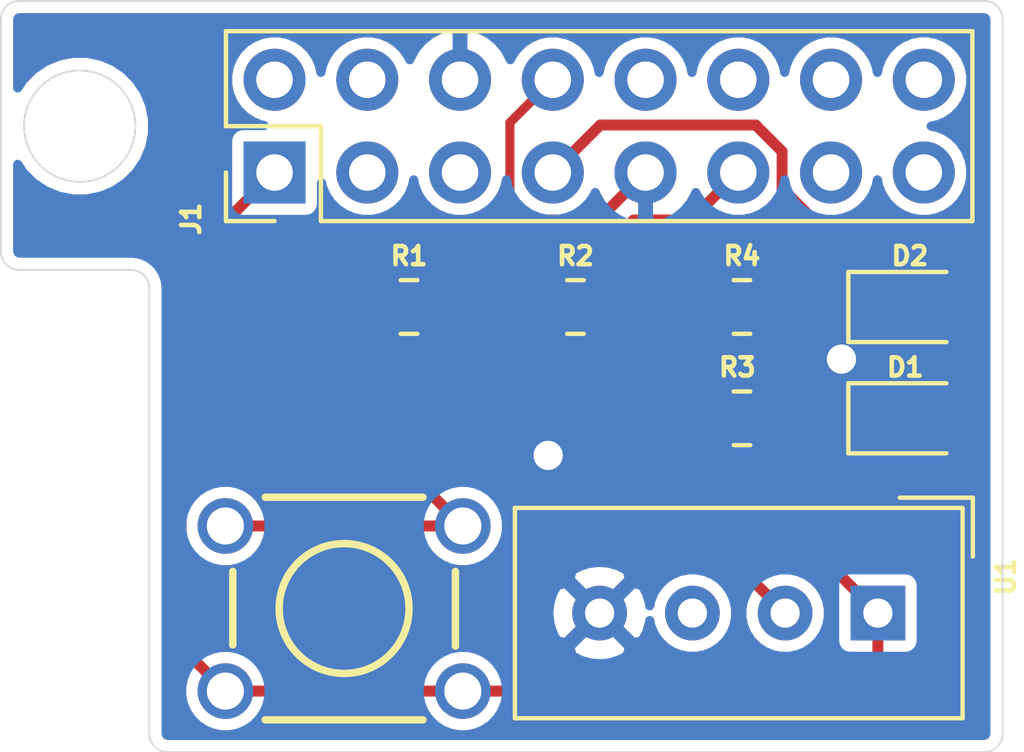
<source format=kicad_pcb>
(kicad_pcb (version 20171130) (host pcbnew "(5.1.9)-1")

  (general
    (thickness 1.6)
    (drawings 14)
    (tracks 70)
    (zones 0)
    (modules 9)
    (nets 19)
  )

  (page A4)
  (title_block
    (title "Raspberry Pi Full Stack HaT")
    (date 2021-12-31)
    (rev 1)
    (comment 1 "Designed by Michael Ly")
    (comment 2 github.com/Michael-Q-Ly)
  )

  (layers
    (0 F.Cu signal)
    (31 B.Cu signal)
    (32 B.Adhes user)
    (33 F.Adhes user)
    (34 B.Paste user)
    (35 F.Paste user)
    (36 B.SilkS user)
    (37 F.SilkS user)
    (38 B.Mask user)
    (39 F.Mask user)
    (40 Dwgs.User user)
    (41 Cmts.User user)
    (42 Eco1.User user)
    (43 Eco2.User user)
    (44 Edge.Cuts user)
    (45 Margin user)
    (46 B.CrtYd user)
    (47 F.CrtYd user)
    (48 B.Fab user)
    (49 F.Fab user hide)
  )

  (setup
    (last_trace_width 0.3)
    (user_trace_width 0.3)
    (trace_clearance 0.2)
    (zone_clearance 0.508)
    (zone_45_only no)
    (trace_min 0.2)
    (via_size 0.8)
    (via_drill 0.4)
    (via_min_size 0.4)
    (via_min_drill 0.3)
    (user_via 1 0.6)
    (uvia_size 0.3)
    (uvia_drill 0.1)
    (uvias_allowed no)
    (uvia_min_size 0.2)
    (uvia_min_drill 0.1)
    (edge_width 0.05)
    (segment_width 0.2)
    (pcb_text_width 0.3)
    (pcb_text_size 1.5 1.5)
    (mod_edge_width 0.12)
    (mod_text_size 1 1)
    (mod_text_width 0.15)
    (pad_size 1.524 1.524)
    (pad_drill 0.762)
    (pad_to_mask_clearance 0)
    (aux_axis_origin 0 0)
    (visible_elements 7FFFFFFF)
    (pcbplotparams
      (layerselection 0x010fc_ffffffff)
      (usegerberextensions false)
      (usegerberattributes true)
      (usegerberadvancedattributes true)
      (creategerberjobfile true)
      (excludeedgelayer true)
      (linewidth 0.100000)
      (plotframeref false)
      (viasonmask false)
      (mode 1)
      (useauxorigin false)
      (hpglpennumber 1)
      (hpglpenspeed 20)
      (hpglpendiameter 15.000000)
      (psnegative false)
      (psa4output false)
      (plotreference true)
      (plotvalue true)
      (plotinvisibletext false)
      (padsonsilk false)
      (subtractmaskfromsilk false)
      (outputformat 1)
      (mirror false)
      (drillshape 1)
      (scaleselection 1)
      (outputdirectory ""))
  )

  (net 0 "")
  (net 1 GND)
  (net 2 "Net-(D1-Pad2)")
  (net 3 "Net-(D2-Pad2)")
  (net 4 /3V3)
  (net 5 "Net-(J1-Pad2)")
  (net 6 "Net-(J1-Pad3)")
  (net 7 "Net-(J1-Pad4)")
  (net 8 "Net-(J1-Pad5)")
  (net 9 "Net-(J1-Pad7)")
  (net 10 /button_input)
  (net 11 "Net-(J1-Pad10)")
  (net 12 "Net-(J1-Pad11)")
  (net 13 "Net-(J1-Pad12)")
  (net 14 "Net-(J1-Pad13)")
  (net 15 "Net-(J1-Pad14)")
  (net 16 "Net-(J1-Pad15)")
  (net 17 "Net-(J1-Pad16)")
  (net 18 "Net-(U1-Pad3)")

  (net_class Default "This is the default net class."
    (clearance 0.2)
    (trace_width 0.25)
    (via_dia 0.8)
    (via_drill 0.4)
    (uvia_dia 0.3)
    (uvia_drill 0.1)
    (add_net /button_input)
    (add_net "Net-(D1-Pad2)")
    (add_net "Net-(D2-Pad2)")
    (add_net "Net-(J1-Pad10)")
    (add_net "Net-(J1-Pad11)")
    (add_net "Net-(J1-Pad12)")
    (add_net "Net-(J1-Pad13)")
    (add_net "Net-(J1-Pad14)")
    (add_net "Net-(J1-Pad15)")
    (add_net "Net-(J1-Pad16)")
    (add_net "Net-(J1-Pad2)")
    (add_net "Net-(J1-Pad3)")
    (add_net "Net-(J1-Pad4)")
    (add_net "Net-(J1-Pad5)")
    (add_net "Net-(J1-Pad7)")
    (add_net "Net-(U1-Pad3)")
  )

  (net_class PWR ""
    (clearance 0.3)
    (trace_width 0.3)
    (via_dia 1)
    (via_drill 0.8)
    (uvia_dia 0.3)
    (uvia_drill 0.1)
    (add_net /3V3)
    (add_net GND)
  )

  (module Connector_PinHeader_2.54mm:PinHeader_2x08_P2.54mm_Vertical (layer F.Cu) (tedit 59FED5CC) (tstamp 61CFE02E)
    (at 205.105 63.119 90)
    (descr "Through hole straight pin header, 2x08, 2.54mm pitch, double rows")
    (tags "Through hole pin header THT 2x08 2.54mm double row")
    (path /61CF6995)
    (fp_text reference J1 (at -1.27 -2.286 90) (layer F.SilkS)
      (effects (font (size 0.5 0.5) (thickness 0.125)))
    )
    (fp_text value Raspberry_Pi_2_3 (at -1.27 20.55 90) (layer F.Fab)
      (effects (font (size 1 1) (thickness 0.15)))
    )
    (fp_line (start 4.35 -1.8) (end -1.8 -1.8) (layer F.CrtYd) (width 0.05))
    (fp_line (start 4.35 19.55) (end 4.35 -1.8) (layer F.CrtYd) (width 0.05))
    (fp_line (start -1.8 19.55) (end 4.35 19.55) (layer F.CrtYd) (width 0.05))
    (fp_line (start -1.8 -1.8) (end -1.8 19.55) (layer F.CrtYd) (width 0.05))
    (fp_line (start -1.33 -1.33) (end 0 -1.33) (layer F.SilkS) (width 0.12))
    (fp_line (start -1.33 0) (end -1.33 -1.33) (layer F.SilkS) (width 0.12))
    (fp_line (start 1.27 -1.33) (end 3.87 -1.33) (layer F.SilkS) (width 0.12))
    (fp_line (start 1.27 1.27) (end 1.27 -1.33) (layer F.SilkS) (width 0.12))
    (fp_line (start -1.33 1.27) (end 1.27 1.27) (layer F.SilkS) (width 0.12))
    (fp_line (start 3.87 -1.33) (end 3.87 19.11) (layer F.SilkS) (width 0.12))
    (fp_line (start -1.33 1.27) (end -1.33 19.11) (layer F.SilkS) (width 0.12))
    (fp_line (start -1.33 19.11) (end 3.87 19.11) (layer F.SilkS) (width 0.12))
    (fp_line (start -1.27 0) (end 0 -1.27) (layer F.Fab) (width 0.1))
    (fp_line (start -1.27 19.05) (end -1.27 0) (layer F.Fab) (width 0.1))
    (fp_line (start 3.81 19.05) (end -1.27 19.05) (layer F.Fab) (width 0.1))
    (fp_line (start 3.81 -1.27) (end 3.81 19.05) (layer F.Fab) (width 0.1))
    (fp_line (start 0 -1.27) (end 3.81 -1.27) (layer F.Fab) (width 0.1))
    (fp_text user %R (at -1.27 8.89) (layer F.Fab)
      (effects (font (size 1 1) (thickness 0.15)))
    )
    (pad 16 thru_hole oval (at 2.54 17.78 90) (size 1.7 1.7) (drill 1) (layers *.Cu *.Mask)
      (net 17 "Net-(J1-Pad16)"))
    (pad 15 thru_hole oval (at 0 17.78 90) (size 1.7 1.7) (drill 1) (layers *.Cu *.Mask)
      (net 16 "Net-(J1-Pad15)"))
    (pad 14 thru_hole oval (at 2.54 15.24 90) (size 1.7 1.7) (drill 1) (layers *.Cu *.Mask)
      (net 15 "Net-(J1-Pad14)"))
    (pad 13 thru_hole oval (at 0 15.24 90) (size 1.7 1.7) (drill 1) (layers *.Cu *.Mask)
      (net 14 "Net-(J1-Pad13)"))
    (pad 12 thru_hole oval (at 2.54 12.7 90) (size 1.7 1.7) (drill 1) (layers *.Cu *.Mask)
      (net 13 "Net-(J1-Pad12)"))
    (pad 11 thru_hole oval (at 0 12.7 90) (size 1.7 1.7) (drill 1) (layers *.Cu *.Mask)
      (net 12 "Net-(J1-Pad11)"))
    (pad 10 thru_hole oval (at 2.54 10.16 90) (size 1.7 1.7) (drill 1) (layers *.Cu *.Mask)
      (net 11 "Net-(J1-Pad10)"))
    (pad 9 thru_hole oval (at 0 10.16 90) (size 1.7 1.7) (drill 1) (layers *.Cu *.Mask)
      (net 1 GND))
    (pad 8 thru_hole oval (at 2.54 7.62 90) (size 1.7 1.7) (drill 1) (layers *.Cu *.Mask)
      (net 10 /button_input))
    (pad 7 thru_hole oval (at 0 7.62 90) (size 1.7 1.7) (drill 1) (layers *.Cu *.Mask)
      (net 9 "Net-(J1-Pad7)"))
    (pad 6 thru_hole oval (at 2.54 5.08 90) (size 1.7 1.7) (drill 1) (layers *.Cu *.Mask)
      (net 1 GND))
    (pad 5 thru_hole oval (at 0 5.08 90) (size 1.7 1.7) (drill 1) (layers *.Cu *.Mask)
      (net 8 "Net-(J1-Pad5)"))
    (pad 4 thru_hole oval (at 2.54 2.54 90) (size 1.7 1.7) (drill 1) (layers *.Cu *.Mask)
      (net 7 "Net-(J1-Pad4)"))
    (pad 3 thru_hole oval (at 0 2.54 90) (size 1.7 1.7) (drill 1) (layers *.Cu *.Mask)
      (net 6 "Net-(J1-Pad3)"))
    (pad 2 thru_hole oval (at 2.54 0 90) (size 1.7 1.7) (drill 1) (layers *.Cu *.Mask)
      (net 5 "Net-(J1-Pad2)"))
    (pad 1 thru_hole rect (at 0 0 90) (size 1.7 1.7) (drill 1) (layers *.Cu *.Mask)
      (net 4 /3V3))
    (model ${KISYS3DMOD}/Connector_PinHeader_2.54mm.3dshapes/PinHeader_2x08_P2.54mm_Vertical.wrl
      (at (xyz 0 0 0))
      (scale (xyz 1 1 1))
      (rotate (xyz 0 0 0))
    )
  )

  (module LED_SMD:LED_0805_2012Metric (layer F.Cu) (tedit 5F68FEF1) (tstamp 61CFDFF5)
    (at 222.504 69.85)
    (descr "LED SMD 0805 (2012 Metric), square (rectangular) end terminal, IPC_7351 nominal, (Body size source: https://docs.google.com/spreadsheets/d/1BsfQQcO9C6DZCsRaXUlFlo91Tg2WpOkGARC1WS5S8t0/edit?usp=sharing), generated with kicad-footprint-generator")
    (tags LED)
    (path /61CFE829)
    (attr smd)
    (fp_text reference D1 (at -0.127 -1.396) (layer F.SilkS)
      (effects (font (size 0.5 0.5) (thickness 0.125)))
    )
    (fp_text value D (at 0 1.65) (layer F.Fab)
      (effects (font (size 1 1) (thickness 0.15)))
    )
    (fp_text user %R (at 0 0) (layer F.Fab)
      (effects (font (size 0.5 0.5) (thickness 0.08)))
    )
    (fp_line (start 1 -0.6) (end -0.7 -0.6) (layer F.Fab) (width 0.1))
    (fp_line (start -0.7 -0.6) (end -1 -0.3) (layer F.Fab) (width 0.1))
    (fp_line (start -1 -0.3) (end -1 0.6) (layer F.Fab) (width 0.1))
    (fp_line (start -1 0.6) (end 1 0.6) (layer F.Fab) (width 0.1))
    (fp_line (start 1 0.6) (end 1 -0.6) (layer F.Fab) (width 0.1))
    (fp_line (start 1 -0.96) (end -1.685 -0.96) (layer F.SilkS) (width 0.12))
    (fp_line (start -1.685 -0.96) (end -1.685 0.96) (layer F.SilkS) (width 0.12))
    (fp_line (start -1.685 0.96) (end 1 0.96) (layer F.SilkS) (width 0.12))
    (fp_line (start -1.68 0.95) (end -1.68 -0.95) (layer F.CrtYd) (width 0.05))
    (fp_line (start -1.68 -0.95) (end 1.68 -0.95) (layer F.CrtYd) (width 0.05))
    (fp_line (start 1.68 -0.95) (end 1.68 0.95) (layer F.CrtYd) (width 0.05))
    (fp_line (start 1.68 0.95) (end -1.68 0.95) (layer F.CrtYd) (width 0.05))
    (pad 1 smd roundrect (at -0.9375 0) (size 0.975 1.4) (layers F.Cu F.Paste F.Mask) (roundrect_rratio 0.25)
      (net 1 GND))
    (pad 2 smd roundrect (at 0.9375 0) (size 0.975 1.4) (layers F.Cu F.Paste F.Mask) (roundrect_rratio 0.25)
      (net 2 "Net-(D1-Pad2)"))
    (model ${KISYS3DMOD}/LED_SMD.3dshapes/LED_0805_2012Metric.wrl
      (at (xyz 0 0 0))
      (scale (xyz 1 1 1))
      (rotate (xyz 0 0 0))
    )
  )

  (module LED_SMD:LED_0805_2012Metric (layer F.Cu) (tedit 5F68FEF1) (tstamp 61D0C124)
    (at 222.504 66.802)
    (descr "LED SMD 0805 (2012 Metric), square (rectangular) end terminal, IPC_7351 nominal, (Body size source: https://docs.google.com/spreadsheets/d/1BsfQQcO9C6DZCsRaXUlFlo91Tg2WpOkGARC1WS5S8t0/edit?usp=sharing), generated with kicad-footprint-generator")
    (tags LED)
    (path /61D00BDA)
    (attr smd)
    (fp_text reference D2 (at 0 -1.397) (layer F.SilkS)
      (effects (font (size 0.5 0.5) (thickness 0.125)))
    )
    (fp_text value D (at 0 1.65) (layer F.Fab)
      (effects (font (size 1 1) (thickness 0.15)))
    )
    (fp_text user %R (at 0 0) (layer F.Fab)
      (effects (font (size 0.5 0.5) (thickness 0.08)))
    )
    (fp_line (start 1 -0.6) (end -0.7 -0.6) (layer F.Fab) (width 0.1))
    (fp_line (start -0.7 -0.6) (end -1 -0.3) (layer F.Fab) (width 0.1))
    (fp_line (start -1 -0.3) (end -1 0.6) (layer F.Fab) (width 0.1))
    (fp_line (start -1 0.6) (end 1 0.6) (layer F.Fab) (width 0.1))
    (fp_line (start 1 0.6) (end 1 -0.6) (layer F.Fab) (width 0.1))
    (fp_line (start 1 -0.96) (end -1.685 -0.96) (layer F.SilkS) (width 0.12))
    (fp_line (start -1.685 -0.96) (end -1.685 0.96) (layer F.SilkS) (width 0.12))
    (fp_line (start -1.685 0.96) (end 1 0.96) (layer F.SilkS) (width 0.12))
    (fp_line (start -1.68 0.95) (end -1.68 -0.95) (layer F.CrtYd) (width 0.05))
    (fp_line (start -1.68 -0.95) (end 1.68 -0.95) (layer F.CrtYd) (width 0.05))
    (fp_line (start 1.68 -0.95) (end 1.68 0.95) (layer F.CrtYd) (width 0.05))
    (fp_line (start 1.68 0.95) (end -1.68 0.95) (layer F.CrtYd) (width 0.05))
    (pad 1 smd roundrect (at -0.9375 0) (size 0.975 1.4) (layers F.Cu F.Paste F.Mask) (roundrect_rratio 0.25)
      (net 1 GND))
    (pad 2 smd roundrect (at 0.9375 0) (size 0.975 1.4) (layers F.Cu F.Paste F.Mask) (roundrect_rratio 0.25)
      (net 3 "Net-(D2-Pad2)"))
    (model ${KISYS3DMOD}/LED_SMD.3dshapes/LED_0805_2012Metric.wrl
      (at (xyz 0 0 0))
      (scale (xyz 1 1 1))
      (rotate (xyz 0 0 0))
    )
  )

  (module Resistor_SMD:R_0805_2012Metric (layer F.Cu) (tedit 5F68FEEE) (tstamp 61D0C2BA)
    (at 208.788 66.802)
    (descr "Resistor SMD 0805 (2012 Metric), square (rectangular) end terminal, IPC_7351 nominal, (Body size source: IPC-SM-782 page 72, https://www.pcb-3d.com/wordpress/wp-content/uploads/ipc-sm-782a_amendment_1_and_2.pdf), generated with kicad-footprint-generator")
    (tags resistor)
    (path /61CFF65D)
    (attr smd)
    (fp_text reference R1 (at 0 -1.397) (layer F.SilkS)
      (effects (font (size 0.5 0.5) (thickness 0.125)))
    )
    (fp_text value 10kΩ (at 0 1.65) (layer F.Fab)
      (effects (font (size 1 1) (thickness 0.15)))
    )
    (fp_line (start 1.68 0.95) (end -1.68 0.95) (layer F.CrtYd) (width 0.05))
    (fp_line (start 1.68 -0.95) (end 1.68 0.95) (layer F.CrtYd) (width 0.05))
    (fp_line (start -1.68 -0.95) (end 1.68 -0.95) (layer F.CrtYd) (width 0.05))
    (fp_line (start -1.68 0.95) (end -1.68 -0.95) (layer F.CrtYd) (width 0.05))
    (fp_line (start -0.227064 0.735) (end 0.227064 0.735) (layer F.SilkS) (width 0.12))
    (fp_line (start -0.227064 -0.735) (end 0.227064 -0.735) (layer F.SilkS) (width 0.12))
    (fp_line (start 1 0.625) (end -1 0.625) (layer F.Fab) (width 0.1))
    (fp_line (start 1 -0.625) (end 1 0.625) (layer F.Fab) (width 0.1))
    (fp_line (start -1 -0.625) (end 1 -0.625) (layer F.Fab) (width 0.1))
    (fp_line (start -1 0.625) (end -1 -0.625) (layer F.Fab) (width 0.1))
    (fp_text user %R (at 0 0) (layer F.Fab)
      (effects (font (size 0.5 0.5) (thickness 0.08)))
    )
    (pad 2 smd roundrect (at 0.9125 0) (size 1.025 1.4) (layers F.Cu F.Paste F.Mask) (roundrect_rratio 0.243902)
      (net 1 GND))
    (pad 1 smd roundrect (at -0.9125 0) (size 1.025 1.4) (layers F.Cu F.Paste F.Mask) (roundrect_rratio 0.243902)
      (net 10 /button_input))
    (model ${KISYS3DMOD}/Resistor_SMD.3dshapes/R_0805_2012Metric.wrl
      (at (xyz 0 0 0))
      (scale (xyz 1 1 1))
      (rotate (xyz 0 0 0))
    )
  )

  (module Resistor_SMD:R_0805_2012Metric (layer F.Cu) (tedit 5F68FEEE) (tstamp 61D0C158)
    (at 213.346666 66.802)
    (descr "Resistor SMD 0805 (2012 Metric), square (rectangular) end terminal, IPC_7351 nominal, (Body size source: IPC-SM-782 page 72, https://www.pcb-3d.com/wordpress/wp-content/uploads/ipc-sm-782a_amendment_1_and_2.pdf), generated with kicad-footprint-generator")
    (tags resistor)
    (path /61CFAE04)
    (attr smd)
    (fp_text reference R2 (at 0 -1.397) (layer F.SilkS)
      (effects (font (size 0.5 0.5) (thickness 0.125)))
    )
    (fp_text value 10kΩ (at 0 1.65) (layer F.Fab)
      (effects (font (size 1 1) (thickness 0.15)))
    )
    (fp_line (start -1 0.625) (end -1 -0.625) (layer F.Fab) (width 0.1))
    (fp_line (start -1 -0.625) (end 1 -0.625) (layer F.Fab) (width 0.1))
    (fp_line (start 1 -0.625) (end 1 0.625) (layer F.Fab) (width 0.1))
    (fp_line (start 1 0.625) (end -1 0.625) (layer F.Fab) (width 0.1))
    (fp_line (start -0.227064 -0.735) (end 0.227064 -0.735) (layer F.SilkS) (width 0.12))
    (fp_line (start -0.227064 0.735) (end 0.227064 0.735) (layer F.SilkS) (width 0.12))
    (fp_line (start -1.68 0.95) (end -1.68 -0.95) (layer F.CrtYd) (width 0.05))
    (fp_line (start -1.68 -0.95) (end 1.68 -0.95) (layer F.CrtYd) (width 0.05))
    (fp_line (start 1.68 -0.95) (end 1.68 0.95) (layer F.CrtYd) (width 0.05))
    (fp_line (start 1.68 0.95) (end -1.68 0.95) (layer F.CrtYd) (width 0.05))
    (fp_text user %R (at 0 0) (layer F.Fab)
      (effects (font (size 0.5 0.5) (thickness 0.08)))
    )
    (pad 1 smd roundrect (at -0.9125 0) (size 1.025 1.4) (layers F.Cu F.Paste F.Mask) (roundrect_rratio 0.243902)
      (net 12 "Net-(J1-Pad11)"))
    (pad 2 smd roundrect (at 0.9125 0) (size 1.025 1.4) (layers F.Cu F.Paste F.Mask) (roundrect_rratio 0.243902)
      (net 4 /3V3))
    (model ${KISYS3DMOD}/Resistor_SMD.3dshapes/R_0805_2012Metric.wrl
      (at (xyz 0 0 0))
      (scale (xyz 1 1 1))
      (rotate (xyz 0 0 0))
    )
  )

  (module Resistor_SMD:R_0805_2012Metric (layer F.Cu) (tedit 5F68FEEE) (tstamp 61CFE061)
    (at 217.905332 69.85)
    (descr "Resistor SMD 0805 (2012 Metric), square (rectangular) end terminal, IPC_7351 nominal, (Body size source: IPC-SM-782 page 72, https://www.pcb-3d.com/wordpress/wp-content/uploads/ipc-sm-782a_amendment_1_and_2.pdf), generated with kicad-footprint-generator")
    (tags resistor)
    (path /61CFD123)
    (attr smd)
    (fp_text reference R3 (at -0.127 -1.396) (layer F.SilkS)
      (effects (font (size 0.5 0.5) (thickness 0.125)))
    )
    (fp_text value 330Ω (at 0 1.65) (layer F.Fab)
      (effects (font (size 1 1) (thickness 0.15)))
    )
    (fp_text user %R (at 0 0) (layer F.Fab)
      (effects (font (size 0.5 0.5) (thickness 0.08)))
    )
    (fp_line (start 1.68 0.95) (end -1.68 0.95) (layer F.CrtYd) (width 0.05))
    (fp_line (start 1.68 -0.95) (end 1.68 0.95) (layer F.CrtYd) (width 0.05))
    (fp_line (start -1.68 -0.95) (end 1.68 -0.95) (layer F.CrtYd) (width 0.05))
    (fp_line (start -1.68 0.95) (end -1.68 -0.95) (layer F.CrtYd) (width 0.05))
    (fp_line (start -0.227064 0.735) (end 0.227064 0.735) (layer F.SilkS) (width 0.12))
    (fp_line (start -0.227064 -0.735) (end 0.227064 -0.735) (layer F.SilkS) (width 0.12))
    (fp_line (start 1 0.625) (end -1 0.625) (layer F.Fab) (width 0.1))
    (fp_line (start 1 -0.625) (end 1 0.625) (layer F.Fab) (width 0.1))
    (fp_line (start -1 -0.625) (end 1 -0.625) (layer F.Fab) (width 0.1))
    (fp_line (start -1 0.625) (end -1 -0.625) (layer F.Fab) (width 0.1))
    (pad 2 smd roundrect (at 0.9125 0) (size 1.025 1.4) (layers F.Cu F.Paste F.Mask) (roundrect_rratio 0.243902)
      (net 2 "Net-(D1-Pad2)"))
    (pad 1 smd roundrect (at -0.9125 0) (size 1.025 1.4) (layers F.Cu F.Paste F.Mask) (roundrect_rratio 0.243902)
      (net 9 "Net-(J1-Pad7)"))
    (model ${KISYS3DMOD}/Resistor_SMD.3dshapes/R_0805_2012Metric.wrl
      (at (xyz 0 0 0))
      (scale (xyz 1 1 1))
      (rotate (xyz 0 0 0))
    )
  )

  (module Resistor_SMD:R_0805_2012Metric (layer F.Cu) (tedit 5F68FEEE) (tstamp 61D0C188)
    (at 217.905332 66.802)
    (descr "Resistor SMD 0805 (2012 Metric), square (rectangular) end terminal, IPC_7351 nominal, (Body size source: IPC-SM-782 page 72, https://www.pcb-3d.com/wordpress/wp-content/uploads/ipc-sm-782a_amendment_1_and_2.pdf), generated with kicad-footprint-generator")
    (tags resistor)
    (path /61D00A50)
    (attr smd)
    (fp_text reference R4 (at 0 -1.397) (layer F.SilkS)
      (effects (font (size 0.5 0.5) (thickness 0.125)))
    )
    (fp_text value 330Ω (at 0 1.65) (layer F.Fab)
      (effects (font (size 1 1) (thickness 0.15)))
    )
    (fp_text user %R (at 0 0) (layer F.Fab)
      (effects (font (size 0.5 0.5) (thickness 0.08)))
    )
    (fp_line (start 1.68 0.95) (end -1.68 0.95) (layer F.CrtYd) (width 0.05))
    (fp_line (start 1.68 -0.95) (end 1.68 0.95) (layer F.CrtYd) (width 0.05))
    (fp_line (start -1.68 -0.95) (end 1.68 -0.95) (layer F.CrtYd) (width 0.05))
    (fp_line (start -1.68 0.95) (end -1.68 -0.95) (layer F.CrtYd) (width 0.05))
    (fp_line (start -0.227064 0.735) (end 0.227064 0.735) (layer F.SilkS) (width 0.12))
    (fp_line (start -0.227064 -0.735) (end 0.227064 -0.735) (layer F.SilkS) (width 0.12))
    (fp_line (start 1 0.625) (end -1 0.625) (layer F.Fab) (width 0.1))
    (fp_line (start 1 -0.625) (end 1 0.625) (layer F.Fab) (width 0.1))
    (fp_line (start -1 -0.625) (end 1 -0.625) (layer F.Fab) (width 0.1))
    (fp_line (start -1 0.625) (end -1 -0.625) (layer F.Fab) (width 0.1))
    (pad 2 smd roundrect (at 0.9125 0) (size 1.025 1.4) (layers F.Cu F.Paste F.Mask) (roundrect_rratio 0.243902)
      (net 3 "Net-(D2-Pad2)"))
    (pad 1 smd roundrect (at -0.9125 0) (size 1.025 1.4) (layers F.Cu F.Paste F.Mask) (roundrect_rratio 0.243902)
      (net 4 /3V3))
    (model ${KISYS3DMOD}/Resistor_SMD.3dshapes/R_0805_2012Metric.wrl
      (at (xyz 0 0 0))
      (scale (xyz 1 1 1))
      (rotate (xyz 0 0 0))
    )
  )

  (module freetronics_footprints:SW_PUSHBUTTON_PTH (layer F.Cu) (tedit 5477A5C1) (tstamp 61CFE08E)
    (at 207.01 75.0594 180)
    (descr "<b>OMRON SWITCH</b>")
    (path /61D01499)
    (fp_text reference SW1 (at -0.05 0) (layer Eco1.User)
      (effects (font (size 0.6 0.6) (thickness 0.1)))
    )
    (fp_text value SW_DPST (at 0 0) (layer Eco1.User) hide
      (effects (font (size 0 0) (thickness 0.000001)))
    )
    (fp_circle (center 0 0) (end 1.778 0) (layer F.SilkS) (width 0.2032))
    (fp_line (start -2.54 -0.508) (end -2.159 0.381) (layer Cmts.User) (width 0.2032))
    (fp_line (start -2.54 0.508) (end -2.54 1.27) (layer Cmts.User) (width 0.2032))
    (fp_line (start -2.54 -1.27) (end -2.54 -0.508) (layer Cmts.User) (width 0.2032))
    (fp_line (start -3.048 -1.02616) (end -3.048 1.016) (layer F.SilkS) (width 0.2032))
    (fp_line (start 3.048 -0.99568) (end 3.048 1.016) (layer F.SilkS) (width 0.2032))
    (fp_line (start -2.159 3.048) (end 2.159 3.048) (layer F.SilkS) (width 0.2032))
    (fp_line (start 2.159 -3.048) (end -2.159 -3.048) (layer F.SilkS) (width 0.2032))
    (fp_line (start 2.54 -3.048) (end 2.159 -3.048) (layer Cmts.User) (width 0.2032))
    (fp_line (start -2.54 -3.048) (end -2.159 -3.048) (layer Cmts.User) (width 0.2032))
    (fp_line (start -2.54 3.048) (end -2.159 3.048) (layer Cmts.User) (width 0.2032))
    (fp_line (start 2.54 3.048) (end 2.159 3.048) (layer Cmts.User) (width 0.2032))
    (fp_line (start -3.048 2.54) (end -3.048 1.016) (layer Cmts.User) (width 0.2032))
    (fp_line (start -2.54 3.048) (end -3.048 2.54) (layer Cmts.User) (width 0.2032))
    (fp_line (start -3.048 -2.54) (end -3.048 -1.016) (layer Cmts.User) (width 0.2032))
    (fp_line (start -2.54 -3.048) (end -3.048 -2.54) (layer Cmts.User) (width 0.2032))
    (fp_line (start 3.048 2.54) (end 3.048 1.016) (layer Cmts.User) (width 0.2032))
    (fp_line (start 2.54 3.048) (end 3.048 2.54) (layer Cmts.User) (width 0.2032))
    (fp_line (start 3.048 -2.54) (end 2.54 -3.048) (layer Cmts.User) (width 0.2032))
    (fp_line (start 3.048 -1.016) (end 3.048 -2.54) (layer Cmts.User) (width 0.2032))
    (pad 2 thru_hole oval (at 3.2512 2.2606 180) (size 1.524 1.524) (drill 1.016) (layers *.Cu *.Mask)
      (net 10 /button_input))
    (pad 2 thru_hole oval (at -3.2512 2.2606 180) (size 1.524 1.524) (drill 1.016) (layers *.Cu *.Mask)
      (net 10 /button_input))
    (pad 1 thru_hole oval (at 3.2512 -2.2606 180) (size 1.524 1.524) (drill 1.016) (layers *.Cu *.Mask)
      (net 4 /3V3))
    (pad 1 thru_hole oval (at -3.2512 -2.2606 180) (size 1.524 1.524) (drill 1.016) (layers *.Cu *.Mask)
      (net 4 /3V3))
  )

  (module Sensor:Aosong_DHT11_5.5x12.0_P2.54mm (layer F.Cu) (tedit 5C4B60CF) (tstamp 61D0B47D)
    (at 221.6275 75.184 270)
    (descr "Temperature and humidity module, http://akizukidenshi.com/download/ds/aosong/DHT11.pdf")
    (tags "Temperature and humidity module")
    (path /61CFDA18)
    (fp_text reference U1 (at -1 -3.5 90) (layer F.SilkS)
      (effects (font (size 0.5 0.5) (thickness 0.125)))
    )
    (fp_text value DHT22 (at 0 11.3 90) (layer F.Fab)
      (effects (font (size 1 1) (thickness 0.15)))
    )
    (fp_line (start -1.75 -2.19) (end 2.75 -2.19) (layer F.Fab) (width 0.1))
    (fp_line (start 2.75 -2.19) (end 2.75 9.81) (layer F.Fab) (width 0.1))
    (fp_line (start 2.75 9.81) (end -2.75 9.81) (layer F.Fab) (width 0.1))
    (fp_line (start -2.75 -1.19) (end -2.75 9.81) (layer F.Fab) (width 0.1))
    (fp_line (start -2.87 -2.32) (end 2.87 -2.32) (layer F.SilkS) (width 0.12))
    (fp_line (start 2.88 -2.32) (end 2.88 9.94) (layer F.SilkS) (width 0.12))
    (fp_line (start 2.88 9.94) (end -2.88 9.94) (layer F.SilkS) (width 0.12))
    (fp_line (start -2.88 9.94) (end -2.88 -2.31) (layer F.SilkS) (width 0.12))
    (fp_line (start -3 -2.44) (end 3 -2.44) (layer F.CrtYd) (width 0.05))
    (fp_line (start 3 -2.44) (end 3 10.06) (layer F.CrtYd) (width 0.05))
    (fp_line (start 3 10.06) (end -3 10.06) (layer F.CrtYd) (width 0.05))
    (fp_line (start -3 10.06) (end -3 -2.44) (layer F.CrtYd) (width 0.05))
    (fp_line (start -2.75 -1.19) (end -1.75 -2.19) (layer F.Fab) (width 0.1))
    (fp_line (start -3.16 -2.6) (end -3.16 -0.6) (layer F.SilkS) (width 0.12))
    (fp_line (start -3.16 -2.6) (end -1.55 -2.6) (layer F.SilkS) (width 0.12))
    (fp_text user %R (at 0 3.81 90) (layer F.Fab)
      (effects (font (size 1 1) (thickness 0.15)))
    )
    (pad 1 thru_hole rect (at 0 0 270) (size 1.5 1.5) (drill 0.8) (layers *.Cu *.Mask)
      (net 4 /3V3))
    (pad 2 thru_hole circle (at 0 2.54 270) (size 1.5 1.5) (drill 0.8) (layers *.Cu *.Mask)
      (net 12 "Net-(J1-Pad11)"))
    (pad 3 thru_hole circle (at 0 5.08 270) (size 1.5 1.5) (drill 0.8) (layers *.Cu *.Mask)
      (net 18 "Net-(U1-Pad3)"))
    (pad 4 thru_hole circle (at 0 7.62 270) (size 1.5 1.5) (drill 0.8) (layers *.Cu *.Mask)
      (net 1 GND))
    (model ${KISYS3DMOD}/Sensor.3dshapes/Aosong_DHT11_5.5x12.0_P2.54mm.wrl
      (at (xyz 0 0 0))
      (scale (xyz 1 1 1))
      (rotate (xyz 0 0 0))
    )
  )

  (gr_line (start 202.692 78.994) (end 202.184 78.994) (layer Edge.Cuts) (width 0.05) (tstamp 61D0B4CC))
  (gr_line (start 201.676 66.294) (end 201.676 78.486) (layer Edge.Cuts) (width 0.05) (tstamp 61D0B4C9))
  (gr_line (start 201.168 65.786) (end 198.12 65.786) (layer Edge.Cuts) (width 0.05) (tstamp 61D0B4C8))
  (gr_arc (start 201.168 66.294) (end 201.676 66.294) (angle -90) (layer Edge.Cuts) (width 0.05))
  (gr_arc (start 202.184 78.486) (end 201.676 78.486) (angle -90) (layer Edge.Cuts) (width 0.05))
  (gr_line (start 225.044 78.486) (end 225.044 58.928) (layer Edge.Cuts) (width 0.05) (tstamp 61CFEFA1))
  (gr_line (start 202.692 78.994) (end 224.536 78.994) (layer Edge.Cuts) (width 0.05) (tstamp 61CFEF9E))
  (gr_line (start 197.612 58.928) (end 197.612 65.278) (layer Edge.Cuts) (width 0.05) (tstamp 61CFEF95))
  (gr_line (start 224.536 58.42) (end 198.12 58.42) (layer Edge.Cuts) (width 0.05) (tstamp 61CFEF93))
  (gr_arc (start 224.536 58.928) (end 225.044 58.928) (angle -90) (layer Edge.Cuts) (width 0.05))
  (gr_arc (start 224.536 78.486) (end 224.536 78.994) (angle -90) (layer Edge.Cuts) (width 0.05))
  (gr_arc (start 198.12 65.278) (end 197.612 65.278) (angle -90) (layer Edge.Cuts) (width 0.05))
  (gr_arc (start 198.12 58.928) (end 198.12 58.42) (angle -90) (layer Edge.Cuts) (width 0.05))
  (gr_circle (center 199.771 61.849) (end 198.247 61.849) (layer Edge.Cuts) (width 0.05))

  (segment (start 213.964999 64.419001) (end 215.265 63.119) (width 0.3) (layer F.Cu) (net 1))
  (segment (start 212.399499 64.419001) (end 213.964999 64.419001) (width 0.3) (layer F.Cu) (net 1))
  (segment (start 210.7165 66.102) (end 212.399499 64.419001) (width 0.3) (layer F.Cu) (net 1))
  (segment (start 210.7165 66.802) (end 210.7165 66.102) (width 0.3) (layer F.Cu) (net 1) (tstamp 61D0C1E2))
  (segment (start 210.7165 66.802) (end 210.7165 68.2225) (width 0.3) (layer F.Cu) (net 1))
  (segment (start 210.7165 68.2225) (end 211.836 69.342) (width 0.3) (layer F.Cu) (net 1))
  (segment (start 211.836 73.0125) (end 214.0075 75.184) (width 0.3) (layer F.Cu) (net 1))
  (segment (start 211.836 70.866) (end 212.598 70.866) (width 0.3) (layer F.Cu) (net 1))
  (segment (start 211.836 69.342) (end 211.836 70.866) (width 0.3) (layer F.Cu) (net 1))
  (segment (start 211.836 70.866) (end 211.836 73.0125) (width 0.3) (layer F.Cu) (net 1))
  (via (at 212.598 70.866) (size 1) (drill 0.8) (layers F.Cu B.Cu) (net 1))
  (via (at 220.630342 68.229) (size 1) (drill 0.8) (layers F.Cu B.Cu) (net 1))
  (segment (start 220.569 68.229) (end 220.630342 68.229) (width 0.3) (layer F.Cu) (net 1))
  (segment (start 209.7005 66.802) (end 210.7165 66.802) (width 0.3) (layer F.Cu) (net 1) (tstamp 61D0C1D9))
  (segment (start 221.5665 66.802) (end 221.5665 69.85) (width 0.3) (layer F.Cu) (net 1))
  (segment (start 223.52 69.85) (end 223.52 70.866) (width 0.3) (layer F.Cu) (net 2))
  (segment (start 223.52 70.866) (end 223.012 71.374) (width 0.3) (layer F.Cu) (net 2))
  (segment (start 223.012 71.374) (end 219.964 71.374) (width 0.3) (layer F.Cu) (net 2))
  (segment (start 219.208832 70.618832) (end 219.208832 69.85) (width 0.3) (layer F.Cu) (net 2))
  (segment (start 219.964 71.374) (end 219.208832 70.618832) (width 0.3) (layer F.Cu) (net 2))
  (segment (start 218.817832 65.916168) (end 218.817832 66.802) (width 0.3) (layer F.Cu) (net 3))
  (segment (start 219.08201 65.65199) (end 218.817832 65.916168) (width 0.3) (layer F.Cu) (net 3))
  (segment (start 223.25899 65.65199) (end 219.08201 65.65199) (width 0.3) (layer F.Cu) (net 3))
  (segment (start 223.4415 65.8345) (end 223.25899 65.65199) (width 0.3) (layer F.Cu) (net 3))
  (segment (start 223.4415 66.802) (end 223.4415 65.8345) (width 0.3) (layer F.Cu) (net 3))
  (segment (start 205.105 63.119) (end 205.720998 63.119) (width 0.3) (layer F.Cu) (net 4))
  (segment (start 221.6275 75.184) (end 221.6275 76.5935) (width 0.3) (layer F.Cu) (net 4))
  (segment (start 221.6275 76.5935) (end 220.901 77.32) (width 0.3) (layer F.Cu) (net 4))
  (segment (start 210.2612 77.32) (end 203.7588 77.32) (width 0.3) (layer F.Cu) (net 4))
  (segment (start 202.546799 76.107999) (end 202.546799 65.677201) (width 0.3) (layer F.Cu) (net 4))
  (segment (start 202.546799 65.677201) (end 205.105 63.119) (width 0.3) (layer F.Cu) (net 4))
  (segment (start 203.7588 77.32) (end 202.546799 76.107999) (width 0.3) (layer F.Cu) (net 4))
  (segment (start 212.434166 66.802) (end 212.434166 67.400166) (width 0.3) (layer F.Cu) (net 12) (tstamp 61D0C1EB))
  (segment (start 220.901 77.32) (end 210.2612 77.32) (width 0.3) (layer F.Cu) (net 4))
  (segment (start 219.24949 72.80599) (end 216.82399 72.80599) (width 0.3) (layer F.Cu) (net 4))
  (segment (start 221.6275 75.184) (end 219.24949 72.80599) (width 0.3) (layer F.Cu) (net 4))
  (segment (start 216.82399 72.80599) (end 215.646 71.628) (width 0.3) (layer F.Cu) (net 4))
  (segment (start 215.646 68.148832) (end 216.992832 66.802) (width 0.3) (layer F.Cu) (net 4))
  (segment (start 215.646 71.628) (end 215.646 68.148832) (width 0.3) (layer F.Cu) (net 4))
  (segment (start 215.605998 68.148832) (end 214.259166 66.802) (width 0.3) (layer F.Cu) (net 4))
  (segment (start 215.646 68.148832) (end 215.605998 68.148832) (width 0.3) (layer F.Cu) (net 4))
  (segment (start 212.725 63.119) (end 214.025001 61.818999) (width 0.3) (layer F.Cu) (net 9))
  (segment (start 214.025001 61.818999) (end 218.281001 61.818999) (width 0.3) (layer F.Cu) (net 9))
  (segment (start 218.281001 61.818999) (end 219.005001 62.542999) (width 0.3) (layer F.Cu) (net 9))
  (segment (start 219.005001 63.555003) (end 220.092998 64.643) (width 0.3) (layer F.Cu) (net 9))
  (segment (start 219.005001 62.542999) (end 219.005001 63.555003) (width 0.3) (layer F.Cu) (net 9))
  (segment (start 224.282 64.643) (end 224.536 64.897) (width 0.3) (layer F.Cu) (net 9))
  (segment (start 220.092998 64.643) (end 224.282 64.643) (width 0.3) (layer F.Cu) (net 9))
  (segment (start 219.016842 71.87401) (end 216.992832 69.85) (width 0.3) (layer F.Cu) (net 9))
  (segment (start 223.21911 71.87401) (end 219.016842 71.87401) (width 0.3) (layer F.Cu) (net 9))
  (segment (start 224.536 70.55712) (end 223.21911 71.87401) (width 0.3) (layer F.Cu) (net 9))
  (segment (start 224.536 64.897) (end 224.536 70.55712) (width 0.3) (layer F.Cu) (net 9))
  (segment (start 211.549999 61.754001) (end 212.725 60.579) (width 0.25) (layer F.Cu) (net 10))
  (segment (start 211.549999 64.143501) (end 211.549999 61.754001) (width 0.25) (layer F.Cu) (net 10))
  (segment (start 203.7588 72.7988) (end 210.2612 72.7988) (width 0.3) (layer F.Cu) (net 10))
  (segment (start 207.8755 70.4131) (end 210.2612 72.7988) (width 0.3) (layer F.Cu) (net 10))
  (segment (start 207.8755 66.802) (end 207.8755 70.4131) (width 0.3) (layer F.Cu) (net 10))
  (segment (start 210.04151 65.65199) (end 211.549999 64.143501) (width 0.3) (layer F.Cu) (net 10))
  (segment (start 209.02551 65.65199) (end 210.04151 65.65199) (width 0.3) (layer F.Cu) (net 10) (tstamp 61D0C1DF))
  (segment (start 207.8755 66.802) (end 209.02551 65.65199) (width 0.3) (layer F.Cu) (net 10) (tstamp 61D0C1DC))
  (segment (start 219.0875 74.8155) (end 219.0875 75.184) (width 0.3) (layer F.Cu) (net 12))
  (segment (start 213.868 68.235834) (end 212.434166 66.802) (width 0.3) (layer F.Cu) (net 12))
  (segment (start 215.138 73.406) (end 213.868 72.136) (width 0.3) (layer F.Cu) (net 12))
  (segment (start 213.868 72.136) (end 213.868 68.235834) (width 0.3) (layer F.Cu) (net 12))
  (segment (start 217.3095 73.406) (end 215.138 73.406) (width 0.3) (layer F.Cu) (net 12))
  (segment (start 219.0875 75.184) (end 217.3095 73.406) (width 0.3) (layer F.Cu) (net 12))
  (segment (start 216.504999 64.419001) (end 217.805 63.119) (width 0.3) (layer F.Cu) (net 12))
  (segment (start 212.5567 66.802) (end 214.939699 64.419001) (width 0.3) (layer F.Cu) (net 12))
  (segment (start 214.939699 64.419001) (end 216.504999 64.419001) (width 0.3) (layer F.Cu) (net 12))
  (segment (start 212.434166 66.802) (end 212.5567 66.802) (width 0.3) (layer F.Cu) (net 12) (tstamp 61D0C1E5))

  (zone (net 1) (net_name GND) (layer B.Cu) (tstamp 61D0BF7B) (hatch edge 0.508)
    (connect_pads (clearance 0.308))
    (min_thickness 0.254)
    (fill yes (arc_segments 32) (thermal_gap 0.508) (thermal_bridge_width 0.408))
    (polygon
      (pts
        (xy 224.917 58.674) (xy 224.917 78.613) (xy 224.663 78.867) (xy 201.93 78.867) (xy 201.803 78.74)
        (xy 201.803 66.167) (xy 201.295 65.659) (xy 197.866 65.659) (xy 197.739 65.532) (xy 197.739 58.801)
        (xy 197.993 58.547) (xy 224.79 58.547)
      )
    )
    (filled_polygon
      (pts
        (xy 224.544893 58.883078) (xy 224.553452 58.885662) (xy 224.561343 58.889858) (xy 224.568268 58.895506) (xy 224.573964 58.902391)
        (xy 224.578215 58.910253) (xy 224.580859 58.918794) (xy 224.584001 58.948688) (xy 224.584 78.463497) (xy 224.580921 78.494896)
        (xy 224.578337 78.503454) (xy 224.574144 78.511341) (xy 224.568494 78.518268) (xy 224.561609 78.523964) (xy 224.553747 78.528215)
        (xy 224.545206 78.530859) (xy 224.515322 78.534) (xy 202.206503 78.534) (xy 202.175104 78.530921) (xy 202.166546 78.528337)
        (xy 202.158659 78.524144) (xy 202.151732 78.518494) (xy 202.146036 78.511609) (xy 202.141785 78.503747) (xy 202.139141 78.495206)
        (xy 202.136 78.465322) (xy 202.136 77.202106) (xy 202.5618 77.202106) (xy 202.5618 77.437894) (xy 202.6078 77.669152)
        (xy 202.698032 77.886992) (xy 202.829029 78.083043) (xy 202.995757 78.249771) (xy 203.191808 78.380768) (xy 203.409648 78.471)
        (xy 203.640906 78.517) (xy 203.876694 78.517) (xy 204.107952 78.471) (xy 204.325792 78.380768) (xy 204.521843 78.249771)
        (xy 204.688571 78.083043) (xy 204.819568 77.886992) (xy 204.9098 77.669152) (xy 204.9558 77.437894) (xy 204.9558 77.202106)
        (xy 209.0642 77.202106) (xy 209.0642 77.437894) (xy 209.1102 77.669152) (xy 209.200432 77.886992) (xy 209.331429 78.083043)
        (xy 209.498157 78.249771) (xy 209.694208 78.380768) (xy 209.912048 78.471) (xy 210.143306 78.517) (xy 210.379094 78.517)
        (xy 210.610352 78.471) (xy 210.828192 78.380768) (xy 211.024243 78.249771) (xy 211.190971 78.083043) (xy 211.321968 77.886992)
        (xy 211.4122 77.669152) (xy 211.4582 77.437894) (xy 211.4582 77.202106) (xy 211.4122 76.970848) (xy 211.321968 76.753008)
        (xy 211.190971 76.556957) (xy 211.024243 76.390229) (xy 210.828192 76.259232) (xy 210.610352 76.169) (xy 210.379094 76.123)
        (xy 210.143306 76.123) (xy 209.912048 76.169) (xy 209.694208 76.259232) (xy 209.498157 76.390229) (xy 209.331429 76.556957)
        (xy 209.200432 76.753008) (xy 209.1102 76.970848) (xy 209.0642 77.202106) (xy 204.9558 77.202106) (xy 204.9098 76.970848)
        (xy 204.819568 76.753008) (xy 204.688571 76.556957) (xy 204.521843 76.390229) (xy 204.325792 76.259232) (xy 204.107952 76.169)
        (xy 203.876694 76.123) (xy 203.640906 76.123) (xy 203.409648 76.169) (xy 203.191808 76.259232) (xy 202.995757 76.390229)
        (xy 202.829029 76.556957) (xy 202.698032 76.753008) (xy 202.6078 76.970848) (xy 202.5618 77.202106) (xy 202.136 77.202106)
        (xy 202.136 76.108573) (xy 213.191821 76.108573) (xy 213.253026 76.353444) (xy 213.49567 76.478165) (xy 213.757984 76.55315)
        (xy 214.029886 76.57552) (xy 214.300928 76.544415) (xy 214.560694 76.461031) (xy 214.761974 76.353444) (xy 214.823179 76.108573)
        (xy 214.0075 75.292894) (xy 213.191821 76.108573) (xy 202.136 76.108573) (xy 202.136 75.206386) (xy 212.61598 75.206386)
        (xy 212.647085 75.477428) (xy 212.730469 75.737194) (xy 212.838056 75.938474) (xy 213.082927 75.999679) (xy 213.898606 75.184)
        (xy 214.116394 75.184) (xy 214.932073 75.999679) (xy 215.176944 75.938474) (xy 215.301665 75.69583) (xy 215.37665 75.433516)
        (xy 215.380239 75.389892) (xy 215.408039 75.529652) (xy 215.497366 75.745308) (xy 215.62705 75.939394) (xy 215.792106 76.10445)
        (xy 215.986192 76.234134) (xy 216.201848 76.323461) (xy 216.430788 76.369) (xy 216.664212 76.369) (xy 216.893152 76.323461)
        (xy 217.108808 76.234134) (xy 217.302894 76.10445) (xy 217.46795 75.939394) (xy 217.597634 75.745308) (xy 217.686961 75.529652)
        (xy 217.7325 75.300712) (xy 217.7325 75.067288) (xy 217.9025 75.067288) (xy 217.9025 75.300712) (xy 217.948039 75.529652)
        (xy 218.037366 75.745308) (xy 218.16705 75.939394) (xy 218.332106 76.10445) (xy 218.526192 76.234134) (xy 218.741848 76.323461)
        (xy 218.970788 76.369) (xy 219.204212 76.369) (xy 219.433152 76.323461) (xy 219.648808 76.234134) (xy 219.842894 76.10445)
        (xy 220.00795 75.939394) (xy 220.137634 75.745308) (xy 220.226961 75.529652) (xy 220.2725 75.300712) (xy 220.2725 75.067288)
        (xy 220.226961 74.838348) (xy 220.137634 74.622692) (xy 220.011555 74.434) (xy 220.440396 74.434) (xy 220.440396 75.934)
        (xy 220.448795 76.019275) (xy 220.473669 76.101272) (xy 220.514061 76.176842) (xy 220.568421 76.243079) (xy 220.634658 76.297439)
        (xy 220.710228 76.337831) (xy 220.792225 76.362705) (xy 220.8775 76.371104) (xy 222.3775 76.371104) (xy 222.462775 76.362705)
        (xy 222.544772 76.337831) (xy 222.620342 76.297439) (xy 222.686579 76.243079) (xy 222.740939 76.176842) (xy 222.781331 76.101272)
        (xy 222.806205 76.019275) (xy 222.814604 75.934) (xy 222.814604 74.434) (xy 222.806205 74.348725) (xy 222.781331 74.266728)
        (xy 222.740939 74.191158) (xy 222.686579 74.124921) (xy 222.620342 74.070561) (xy 222.544772 74.030169) (xy 222.462775 74.005295)
        (xy 222.3775 73.996896) (xy 220.8775 73.996896) (xy 220.792225 74.005295) (xy 220.710228 74.030169) (xy 220.634658 74.070561)
        (xy 220.568421 74.124921) (xy 220.514061 74.191158) (xy 220.473669 74.266728) (xy 220.448795 74.348725) (xy 220.440396 74.434)
        (xy 220.011555 74.434) (xy 220.00795 74.428606) (xy 219.842894 74.26355) (xy 219.648808 74.133866) (xy 219.433152 74.044539)
        (xy 219.204212 73.999) (xy 218.970788 73.999) (xy 218.741848 74.044539) (xy 218.526192 74.133866) (xy 218.332106 74.26355)
        (xy 218.16705 74.428606) (xy 218.037366 74.622692) (xy 217.948039 74.838348) (xy 217.9025 75.067288) (xy 217.7325 75.067288)
        (xy 217.686961 74.838348) (xy 217.597634 74.622692) (xy 217.46795 74.428606) (xy 217.302894 74.26355) (xy 217.108808 74.133866)
        (xy 216.893152 74.044539) (xy 216.664212 73.999) (xy 216.430788 73.999) (xy 216.201848 74.044539) (xy 215.986192 74.133866)
        (xy 215.792106 74.26355) (xy 215.62705 74.428606) (xy 215.497366 74.622692) (xy 215.408039 74.838348) (xy 215.378794 74.985371)
        (xy 215.367915 74.890572) (xy 215.284531 74.630806) (xy 215.176944 74.429526) (xy 214.932073 74.368321) (xy 214.116394 75.184)
        (xy 213.898606 75.184) (xy 213.082927 74.368321) (xy 212.838056 74.429526) (xy 212.713335 74.67217) (xy 212.63835 74.934484)
        (xy 212.61598 75.206386) (xy 202.136 75.206386) (xy 202.136 74.259427) (xy 213.191821 74.259427) (xy 214.0075 75.075106)
        (xy 214.823179 74.259427) (xy 214.761974 74.014556) (xy 214.51933 73.889835) (xy 214.257016 73.81485) (xy 213.985114 73.79248)
        (xy 213.714072 73.823585) (xy 213.454306 73.906969) (xy 213.253026 74.014556) (xy 213.191821 74.259427) (xy 202.136 74.259427)
        (xy 202.136 72.680906) (xy 202.5618 72.680906) (xy 202.5618 72.916694) (xy 202.6078 73.147952) (xy 202.698032 73.365792)
        (xy 202.829029 73.561843) (xy 202.995757 73.728571) (xy 203.191808 73.859568) (xy 203.409648 73.9498) (xy 203.640906 73.9958)
        (xy 203.876694 73.9958) (xy 204.107952 73.9498) (xy 204.325792 73.859568) (xy 204.521843 73.728571) (xy 204.688571 73.561843)
        (xy 204.819568 73.365792) (xy 204.9098 73.147952) (xy 204.9558 72.916694) (xy 204.9558 72.680906) (xy 209.0642 72.680906)
        (xy 209.0642 72.916694) (xy 209.1102 73.147952) (xy 209.200432 73.365792) (xy 209.331429 73.561843) (xy 209.498157 73.728571)
        (xy 209.694208 73.859568) (xy 209.912048 73.9498) (xy 210.143306 73.9958) (xy 210.379094 73.9958) (xy 210.610352 73.9498)
        (xy 210.828192 73.859568) (xy 211.024243 73.728571) (xy 211.190971 73.561843) (xy 211.321968 73.365792) (xy 211.4122 73.147952)
        (xy 211.4582 72.916694) (xy 211.4582 72.680906) (xy 211.4122 72.449648) (xy 211.321968 72.231808) (xy 211.190971 72.035757)
        (xy 211.024243 71.869029) (xy 210.828192 71.738032) (xy 210.610352 71.6478) (xy 210.379094 71.6018) (xy 210.143306 71.6018)
        (xy 209.912048 71.6478) (xy 209.694208 71.738032) (xy 209.498157 71.869029) (xy 209.331429 72.035757) (xy 209.200432 72.231808)
        (xy 209.1102 72.449648) (xy 209.0642 72.680906) (xy 204.9558 72.680906) (xy 204.9098 72.449648) (xy 204.819568 72.231808)
        (xy 204.688571 72.035757) (xy 204.521843 71.869029) (xy 204.325792 71.738032) (xy 204.107952 71.6478) (xy 203.876694 71.6018)
        (xy 203.640906 71.6018) (xy 203.409648 71.6478) (xy 203.191808 71.738032) (xy 202.995757 71.869029) (xy 202.829029 72.035757)
        (xy 202.698032 72.231808) (xy 202.6078 72.449648) (xy 202.5618 72.680906) (xy 202.136 72.680906) (xy 202.136 66.27141)
        (xy 202.134073 66.251841) (xy 202.134094 66.248761) (xy 202.133468 66.242368) (xy 202.123104 66.143767) (xy 202.114724 66.102944)
        (xy 202.106908 66.061974) (xy 202.105052 66.055825) (xy 202.075734 65.961115) (xy 202.059572 65.922668) (xy 202.04396 65.884028)
        (xy 202.040945 65.878356) (xy 201.99379 65.791144) (xy 201.970467 65.756566) (xy 201.947646 65.721692) (xy 201.943587 65.716715)
        (xy 201.88039 65.640323) (xy 201.850843 65.610982) (xy 201.821637 65.581158) (xy 201.816688 65.577064) (xy 201.739857 65.514402)
        (xy 201.705131 65.49133) (xy 201.670729 65.467775) (xy 201.665079 65.46472) (xy 201.57754 65.418175) (xy 201.539012 65.402295)
        (xy 201.500675 65.385864) (xy 201.494539 65.383964) (xy 201.399626 65.355308) (xy 201.35876 65.347217) (xy 201.317948 65.338542)
        (xy 201.31156 65.33787) (xy 201.212889 65.328195) (xy 201.212875 65.328195) (xy 201.19059 65.326) (xy 198.142503 65.326)
        (xy 198.111104 65.322921) (xy 198.102546 65.320337) (xy 198.094659 65.316144) (xy 198.087732 65.310494) (xy 198.082036 65.303609)
        (xy 198.077785 65.295747) (xy 198.075141 65.287206) (xy 198.072 65.257322) (xy 198.072 62.896002) (xy 198.221887 63.120324)
        (xy 198.499676 63.398113) (xy 198.826321 63.61637) (xy 199.18927 63.766708) (xy 199.574574 63.84335) (xy 199.967426 63.84335)
        (xy 200.35273 63.766708) (xy 200.715679 63.61637) (xy 201.042324 63.398113) (xy 201.320113 63.120324) (xy 201.53837 62.793679)
        (xy 201.688708 62.43073) (xy 201.720878 62.269) (xy 203.817896 62.269) (xy 203.817896 63.969) (xy 203.826295 64.054275)
        (xy 203.851169 64.136272) (xy 203.891561 64.211842) (xy 203.945921 64.278079) (xy 204.012158 64.332439) (xy 204.087728 64.372831)
        (xy 204.169725 64.397705) (xy 204.255 64.406104) (xy 205.955 64.406104) (xy 206.040275 64.397705) (xy 206.122272 64.372831)
        (xy 206.197842 64.332439) (xy 206.264079 64.278079) (xy 206.318439 64.211842) (xy 206.358831 64.136272) (xy 206.383705 64.054275)
        (xy 206.392104 63.969) (xy 206.392104 63.406962) (xy 206.409381 63.493821) (xy 206.506247 63.727676) (xy 206.646875 63.93814)
        (xy 206.82586 64.117125) (xy 207.036324 64.257753) (xy 207.270179 64.354619) (xy 207.518439 64.404) (xy 207.771561 64.404)
        (xy 208.019821 64.354619) (xy 208.253676 64.257753) (xy 208.46414 64.117125) (xy 208.643125 63.93814) (xy 208.783753 63.727676)
        (xy 208.880619 63.493821) (xy 208.915 63.320973) (xy 208.949381 63.493821) (xy 209.046247 63.727676) (xy 209.186875 63.93814)
        (xy 209.36586 64.117125) (xy 209.576324 64.257753) (xy 209.810179 64.354619) (xy 210.058439 64.404) (xy 210.311561 64.404)
        (xy 210.559821 64.354619) (xy 210.793676 64.257753) (xy 211.00414 64.117125) (xy 211.183125 63.93814) (xy 211.323753 63.727676)
        (xy 211.420619 63.493821) (xy 211.455 63.320973) (xy 211.489381 63.493821) (xy 211.586247 63.727676) (xy 211.726875 63.93814)
        (xy 211.90586 64.117125) (xy 212.116324 64.257753) (xy 212.350179 64.354619) (xy 212.598439 64.404) (xy 212.851561 64.404)
        (xy 213.099821 64.354619) (xy 213.333676 64.257753) (xy 213.54414 64.117125) (xy 213.723125 63.93814) (xy 213.863753 63.727676)
        (xy 213.888613 63.667658) (xy 213.900309 63.704534) (xy 214.040763 63.959521) (xy 214.228264 64.182207) (xy 214.455606 64.364035)
        (xy 214.714053 64.498017) (xy 214.956955 64.571698) (xy 215.188 64.443013) (xy 215.188 63.196) (xy 215.168 63.196)
        (xy 215.168 63.042) (xy 215.188 63.042) (xy 215.188 63.022) (xy 215.342 63.022) (xy 215.342 63.042)
        (xy 215.362 63.042) (xy 215.362 63.196) (xy 215.342 63.196) (xy 215.342 64.443013) (xy 215.573045 64.571698)
        (xy 215.815947 64.498017) (xy 216.074394 64.364035) (xy 216.301736 64.182207) (xy 216.489237 63.959521) (xy 216.629691 63.704534)
        (xy 216.641387 63.667658) (xy 216.666247 63.727676) (xy 216.806875 63.93814) (xy 216.98586 64.117125) (xy 217.196324 64.257753)
        (xy 217.430179 64.354619) (xy 217.678439 64.404) (xy 217.931561 64.404) (xy 218.179821 64.354619) (xy 218.413676 64.257753)
        (xy 218.62414 64.117125) (xy 218.803125 63.93814) (xy 218.943753 63.727676) (xy 219.040619 63.493821) (xy 219.075 63.320973)
        (xy 219.109381 63.493821) (xy 219.206247 63.727676) (xy 219.346875 63.93814) (xy 219.52586 64.117125) (xy 219.736324 64.257753)
        (xy 219.970179 64.354619) (xy 220.218439 64.404) (xy 220.471561 64.404) (xy 220.719821 64.354619) (xy 220.953676 64.257753)
        (xy 221.16414 64.117125) (xy 221.343125 63.93814) (xy 221.483753 63.727676) (xy 221.580619 63.493821) (xy 221.615 63.320973)
        (xy 221.649381 63.493821) (xy 221.746247 63.727676) (xy 221.886875 63.93814) (xy 222.06586 64.117125) (xy 222.276324 64.257753)
        (xy 222.510179 64.354619) (xy 222.758439 64.404) (xy 223.011561 64.404) (xy 223.259821 64.354619) (xy 223.493676 64.257753)
        (xy 223.70414 64.117125) (xy 223.883125 63.93814) (xy 224.023753 63.727676) (xy 224.120619 63.493821) (xy 224.17 63.245561)
        (xy 224.17 62.992439) (xy 224.120619 62.744179) (xy 224.023753 62.510324) (xy 223.883125 62.29986) (xy 223.70414 62.120875)
        (xy 223.493676 61.980247) (xy 223.259821 61.883381) (xy 223.086973 61.849) (xy 223.259821 61.814619) (xy 223.493676 61.717753)
        (xy 223.70414 61.577125) (xy 223.883125 61.39814) (xy 224.023753 61.187676) (xy 224.120619 60.953821) (xy 224.17 60.705561)
        (xy 224.17 60.452439) (xy 224.120619 60.204179) (xy 224.023753 59.970324) (xy 223.883125 59.75986) (xy 223.70414 59.580875)
        (xy 223.493676 59.440247) (xy 223.259821 59.343381) (xy 223.011561 59.294) (xy 222.758439 59.294) (xy 222.510179 59.343381)
        (xy 222.276324 59.440247) (xy 222.06586 59.580875) (xy 221.886875 59.75986) (xy 221.746247 59.970324) (xy 221.649381 60.204179)
        (xy 221.615 60.377027) (xy 221.580619 60.204179) (xy 221.483753 59.970324) (xy 221.343125 59.75986) (xy 221.16414 59.580875)
        (xy 220.953676 59.440247) (xy 220.719821 59.343381) (xy 220.471561 59.294) (xy 220.218439 59.294) (xy 219.970179 59.343381)
        (xy 219.736324 59.440247) (xy 219.52586 59.580875) (xy 219.346875 59.75986) (xy 219.206247 59.970324) (xy 219.109381 60.204179)
        (xy 219.075 60.377027) (xy 219.040619 60.204179) (xy 218.943753 59.970324) (xy 218.803125 59.75986) (xy 218.62414 59.580875)
        (xy 218.413676 59.440247) (xy 218.179821 59.343381) (xy 217.931561 59.294) (xy 217.678439 59.294) (xy 217.430179 59.343381)
        (xy 217.196324 59.440247) (xy 216.98586 59.580875) (xy 216.806875 59.75986) (xy 216.666247 59.970324) (xy 216.569381 60.204179)
        (xy 216.535 60.377027) (xy 216.500619 60.204179) (xy 216.403753 59.970324) (xy 216.263125 59.75986) (xy 216.08414 59.580875)
        (xy 215.873676 59.440247) (xy 215.639821 59.343381) (xy 215.391561 59.294) (xy 215.138439 59.294) (xy 214.890179 59.343381)
        (xy 214.656324 59.440247) (xy 214.44586 59.580875) (xy 214.266875 59.75986) (xy 214.126247 59.970324) (xy 214.029381 60.204179)
        (xy 213.995 60.377027) (xy 213.960619 60.204179) (xy 213.863753 59.970324) (xy 213.723125 59.75986) (xy 213.54414 59.580875)
        (xy 213.333676 59.440247) (xy 213.099821 59.343381) (xy 212.851561 59.294) (xy 212.598439 59.294) (xy 212.350179 59.343381)
        (xy 212.116324 59.440247) (xy 211.90586 59.580875) (xy 211.726875 59.75986) (xy 211.586247 59.970324) (xy 211.561387 60.030342)
        (xy 211.549691 59.993466) (xy 211.409237 59.738479) (xy 211.221736 59.515793) (xy 210.994394 59.333965) (xy 210.735947 59.199983)
        (xy 210.493045 59.126302) (xy 210.262 59.254987) (xy 210.262 60.502) (xy 210.282 60.502) (xy 210.282 60.656)
        (xy 210.262 60.656) (xy 210.262 60.676) (xy 210.108 60.676) (xy 210.108 60.656) (xy 210.088 60.656)
        (xy 210.088 60.502) (xy 210.108 60.502) (xy 210.108 59.254987) (xy 209.876955 59.126302) (xy 209.634053 59.199983)
        (xy 209.375606 59.333965) (xy 209.148264 59.515793) (xy 208.960763 59.738479) (xy 208.820309 59.993466) (xy 208.808613 60.030342)
        (xy 208.783753 59.970324) (xy 208.643125 59.75986) (xy 208.46414 59.580875) (xy 208.253676 59.440247) (xy 208.019821 59.343381)
        (xy 207.771561 59.294) (xy 207.518439 59.294) (xy 207.270179 59.343381) (xy 207.036324 59.440247) (xy 206.82586 59.580875)
        (xy 206.646875 59.75986) (xy 206.506247 59.970324) (xy 206.409381 60.204179) (xy 206.375 60.377027) (xy 206.340619 60.204179)
        (xy 206.243753 59.970324) (xy 206.103125 59.75986) (xy 205.92414 59.580875) (xy 205.713676 59.440247) (xy 205.479821 59.343381)
        (xy 205.231561 59.294) (xy 204.978439 59.294) (xy 204.730179 59.343381) (xy 204.496324 59.440247) (xy 204.28586 59.580875)
        (xy 204.106875 59.75986) (xy 203.966247 59.970324) (xy 203.869381 60.204179) (xy 203.82 60.452439) (xy 203.82 60.705561)
        (xy 203.869381 60.953821) (xy 203.966247 61.187676) (xy 204.106875 61.39814) (xy 204.28586 61.577125) (xy 204.496324 61.717753)
        (xy 204.730179 61.814619) (xy 204.817038 61.831896) (xy 204.255 61.831896) (xy 204.169725 61.840295) (xy 204.087728 61.865169)
        (xy 204.012158 61.905561) (xy 203.945921 61.959921) (xy 203.891561 62.026158) (xy 203.851169 62.101728) (xy 203.826295 62.183725)
        (xy 203.817896 62.269) (xy 201.720878 62.269) (xy 201.76535 62.045426) (xy 201.76535 61.652574) (xy 201.688708 61.26727)
        (xy 201.53837 60.904321) (xy 201.320113 60.577676) (xy 201.042324 60.299887) (xy 200.715679 60.08163) (xy 200.35273 59.931292)
        (xy 199.967426 59.85465) (xy 199.574574 59.85465) (xy 199.18927 59.931292) (xy 198.826321 60.08163) (xy 198.499676 60.299887)
        (xy 198.221887 60.577676) (xy 198.072 60.801998) (xy 198.072 58.950501) (xy 198.075078 58.919107) (xy 198.077662 58.910548)
        (xy 198.081858 58.902657) (xy 198.087506 58.895732) (xy 198.094391 58.890036) (xy 198.102253 58.885785) (xy 198.110794 58.883141)
        (xy 198.140678 58.88) (xy 224.513499 58.88)
      )
    )
  )
)

</source>
